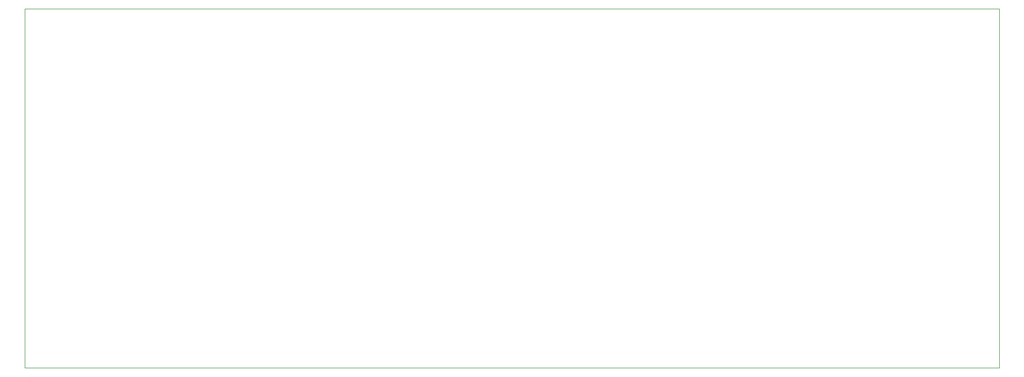
<source format=gm1>
G04 #@! TF.FileFunction,Profile,NP*
%FSLAX46Y46*%
G04 Gerber Fmt 4.6, Leading zero omitted, Abs format (unit mm)*
G04 Created by KiCad (PCBNEW 4.0.1-stable) date Wednesday, 15 June 2016 'pmt' 22:36:51*
%MOMM*%
G01*
G04 APERTURE LIST*
%ADD10C,0.100000*%
G04 APERTURE END LIST*
D10*
X216535000Y-50800000D02*
X216535000Y-109855000D01*
X56515000Y-109855000D02*
X56515000Y-50800000D01*
X216535000Y-109855000D02*
X56515000Y-109855000D01*
X56515000Y-50800000D02*
X216535000Y-50800000D01*
M02*

</source>
